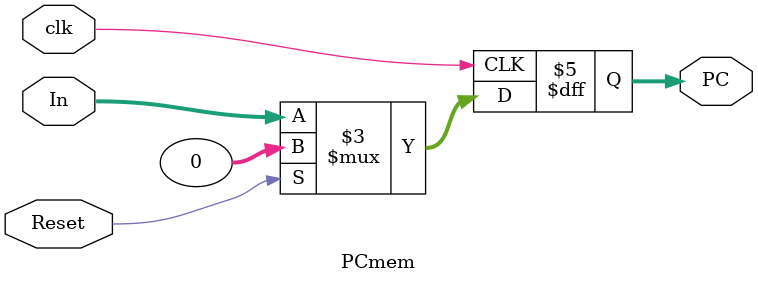
<source format=v>
module PCmem(PC, In, Reset, clk);
	input[31:0] In;
	input Reset, clk;
	output reg[31:0] PC;
	
	always @(posedge clk) begin
		if(Reset) PC = 32'd0;
		else PC = In;
	end
	
endmodule

</source>
